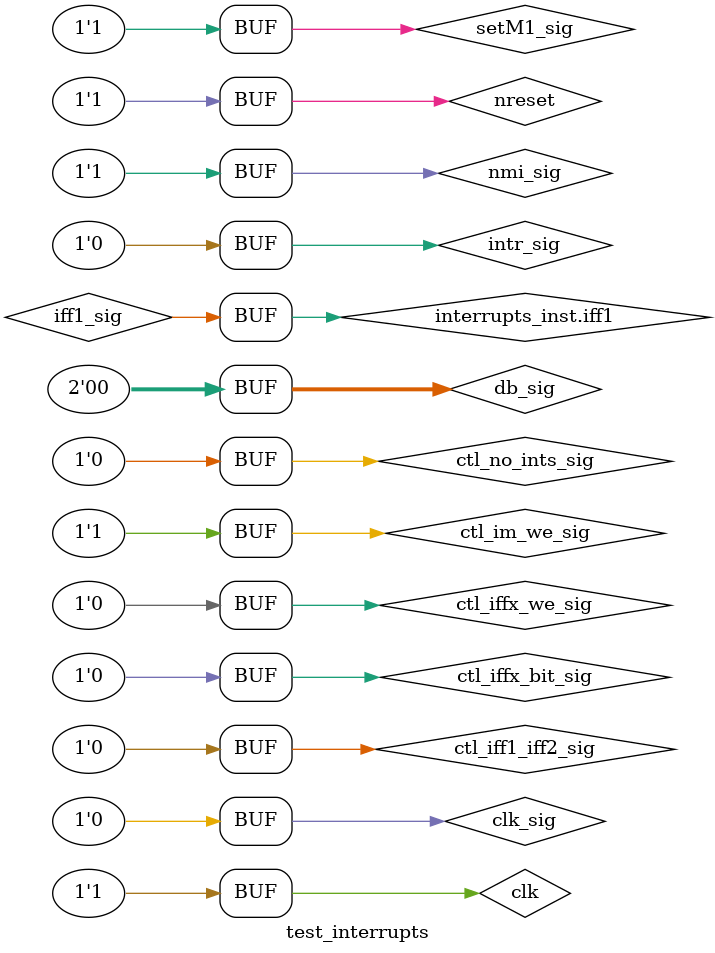
<source format=sv>
`timescale 100 ns/ 100 ns

module test_interrupts;

// ----------------- CLOCKS AND RESET -----------------
// Define one full T-clock cycle delay
`define T #2
bit clk = 1;
initial repeat (20) #1 clk = ~clk;

logic nreset = 0;

// ----------------- CONTROL ----------------
logic ctl_iff1_iff2_sig=0;
logic ctl_iffx_we_sig=0;
logic ctl_iffx_bit_sig=0;
logic nmi_sig=0;
logic setM1_sig=0;
logic intr_sig=0;
logic ctl_im_we_sig=0;
logic [1:0] db_sig=0;
logic clk_sig=0;
logic ctl_no_ints_sig=0;

// ----------------- STATES ----------------
wire iff1_sig;
assign iff1_sig = interrupts_inst.iff1;
wire iff2_sig;
wire im1_sig;
wire im2_sig;
wire in_nmi_sig;
wire in_intr_sig;

// ----------------- TEST -------------------
initial begin
    // Init / reset
    `T  nreset = 1;
        // Test interrupt modes
        db_sig = 2'b10;             // IM1
        ctl_im_we_sig = 1;
    `T  assert(im1_sig==1 && im2_sig==0);
        db_sig = 2'b11;             // IM2
    `T  assert(im1_sig==0 && im2_sig==1);
        db_sig = 2'b00;             // IM0
    `T  assert(im1_sig==0 && im2_sig==0);

        // Test IFF state flags
        assert(iff1_sig==0 && iff2_sig==0);
        ctl_iff1_iff2_sig = 1;
        ctl_iffx_we_sig = 1;
        ctl_iffx_bit_sig = 1;
    `T  assert(iff1_sig==0 && iff2_sig==1);
    `T  assert(iff1_sig==1 && iff2_sig==1);
        ctl_iff1_iff2_sig = 0;
        ctl_iffx_we_sig = 0;
        ctl_iffx_bit_sig = 0;

        // Simulate NMI triggering
        nmi_sig = 1;
    `T  setM1_sig = 1;
    `T  assert(iff1_sig==0 && iff2_sig==1);

    `T  $display("End of test");
end

//--------------------------------------------------------------
// Instantiate interrupts
//--------------------------------------------------------------

interrupts interrupts_inst
(
    .ctl_iff1_iff2(ctl_iff1_iff2_sig) , // input  ctl_iff1_iff2_sig
    .nmi(nmi_sig) ,                     // input  nmi_sig
    .setM1(setM1_sig) ,                 // input  setM1_sig
    .intr(intr_sig) ,                   // input  intr_sig
    .ctl_iffx_we(ctl_iffx_we_sig) ,     // input  ctl_iffx_we_sig
    .ctl_iffx_bit(ctl_iffx_bit_sig) ,   // input  ctl_iffx_bit_sig
    .ctl_im_we(ctl_im_we_sig) ,         // input  ctl_im_we_sig
    .db(db_sig) ,                       // input [1:0] db_sig
    .clk(clk) ,                         // input  clk
    .ctl_no_ints(ctl_no_ints_sig) ,     // input  ctl_no_ints_sig
    .nreset(nreset) ,                   // input  nreset
    .iff2(iff2_sig) ,                   // output  iff2_sig
    .im1(im1_sig) ,                     // output  im1_sig
    .im2(im2_sig) ,                     // output  im2_sig
    .in_nmi(in_nmi_sig) ,               // output  in_nmi_sig
    .in_intr(in_intr_sig)               // output  in_intr_sig
);

endmodule

</source>
